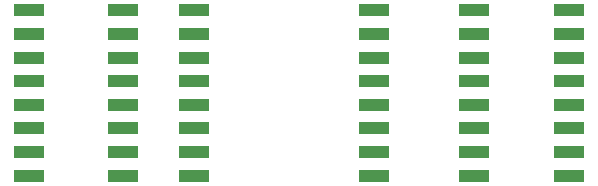
<source format=gbr>
G04 #@! TF.GenerationSoftware,KiCad,Pcbnew,(5.1.5)-3*
G04 #@! TF.CreationDate,2020-02-22T11:17:48-08:00*
G04 #@! TF.ProjectId,ESP07,45535030-372e-46b6-9963-61645f706362,rev?*
G04 #@! TF.SameCoordinates,Original*
G04 #@! TF.FileFunction,Paste,Top*
G04 #@! TF.FilePolarity,Positive*
%FSLAX46Y46*%
G04 Gerber Fmt 4.6, Leading zero omitted, Abs format (unit mm)*
G04 Created by KiCad (PCBNEW (5.1.5)-3) date 2020-02-22 11:17:48*
%MOMM*%
%LPD*%
G04 APERTURE LIST*
%ADD10R,2.500000X1.000000*%
G04 APERTURE END LIST*
D10*
X176754000Y-105297000D03*
X176754000Y-107297000D03*
X176754000Y-103297000D03*
X176754000Y-95297000D03*
X176754000Y-93297000D03*
X176754000Y-97297000D03*
X176754000Y-99297000D03*
X176754000Y-101297000D03*
X168754000Y-107297000D03*
X168754000Y-97297000D03*
X168754000Y-105297000D03*
X168754000Y-103297000D03*
X168754000Y-101297000D03*
X168754000Y-95297000D03*
X168754000Y-93297000D03*
X168754000Y-99297000D03*
X131054000Y-99297000D03*
X131054000Y-101297000D03*
X131054000Y-93297000D03*
X131054000Y-103297000D03*
X131054000Y-95297000D03*
X131054000Y-107297000D03*
X131054000Y-97297000D03*
X131054000Y-105297000D03*
X139054000Y-93297000D03*
X139054000Y-97297000D03*
X139054000Y-105297000D03*
X139054000Y-95297000D03*
X139054000Y-99297000D03*
X139054000Y-101297000D03*
X139054000Y-103297000D03*
X139054000Y-107297000D03*
X145054000Y-93297000D03*
X145054000Y-95297000D03*
X145054000Y-97297000D03*
X145054000Y-99297000D03*
X145054000Y-101297000D03*
X145054000Y-103297000D03*
X145054000Y-105297000D03*
X145054000Y-107297000D03*
X160254000Y-107297000D03*
X160254000Y-105297000D03*
X160254000Y-103297000D03*
X160254000Y-101297000D03*
X160254000Y-99297000D03*
X160254000Y-97297000D03*
X160254000Y-95297000D03*
X160254000Y-93297000D03*
M02*

</source>
